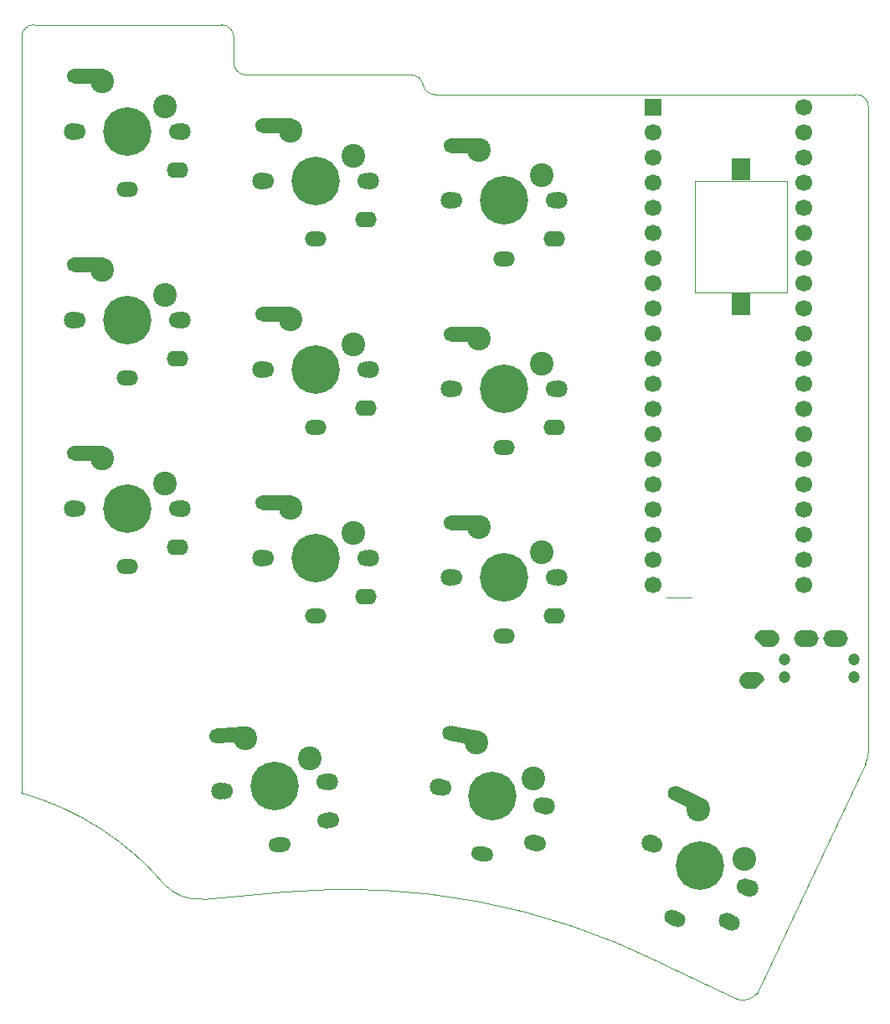
<source format=gts>
%TF.GenerationSoftware,KiCad,Pcbnew,(7.0.0-0)*%
%TF.CreationDate,2023-05-01T13:52:14-07:00*%
%TF.ProjectId,keyboard_pcb,6b657962-6f61-4726-945f-7063622e6b69,rev1.0*%
%TF.SameCoordinates,PX78114e0PY44b6550*%
%TF.FileFunction,Soldermask,Top*%
%TF.FilePolarity,Negative*%
%FSLAX46Y46*%
G04 Gerber Fmt 4.6, Leading zero omitted, Abs format (unit mm)*
G04 Created by KiCad (PCBNEW (7.0.0-0)) date 2023-05-01 13:52:14*
%MOMM*%
%LPD*%
G01*
G04 APERTURE LIST*
G04 Aperture macros list*
%AMHorizOval*
0 Thick line with rounded ends*
0 $1 width*
0 $2 $3 position (X,Y) of the first rounded end (center of the circle)*
0 $4 $5 position (X,Y) of the second rounded end (center of the circle)*
0 Add line between two ends*
20,1,$1,$2,$3,$4,$5,0*
0 Add two circle primitives to create the rounded ends*
1,1,$1,$2,$3*
1,1,$1,$4,$5*%
%AMFreePoly0*
4,1,28,-0.850000,0.400000,-0.842219,0.514750,-0.797860,0.693119,-0.716195,0.857783,-0.601041,1.001041,-0.457783,1.116195,-0.293119,1.197860,-0.114750,1.242219,0.000000,1.250000,0.850000,0.400000,0.850000,-0.400000,0.842219,-0.514750,0.797860,-0.693119,0.716195,-0.857783,0.601041,-1.001041,0.457783,-1.116195,0.293119,-1.197860,0.114750,-1.242219,0.000000,-1.250000,-0.114750,-1.242219,
-0.293119,-1.197860,-0.457783,-1.116195,-0.601041,-1.001041,-0.716195,-0.857783,-0.797860,-0.693119,-0.842219,-0.514750,-0.850000,-0.400000,-0.850000,0.400000,-0.850000,0.400000,$1*%
%AMFreePoly1*
4,1,28,-0.850000,0.400000,-0.842219,0.514750,-0.797860,0.693119,-0.716195,0.857783,-0.601041,1.001041,-0.457783,1.116195,-0.293119,1.197860,-0.114750,1.242219,0.000000,1.250000,0.114750,1.242219,0.293119,1.197860,0.457783,1.116195,0.601041,1.001041,0.716195,0.857783,0.797860,0.693119,0.842219,0.514750,0.850000,0.400000,0.850000,-0.400000,0.000000,-1.250000,-0.114750,-1.242219,
-0.293119,-1.197860,-0.457783,-1.116195,-0.601041,-1.001041,-0.716195,-0.857783,-0.797860,-0.693119,-0.842219,-0.514750,-0.850000,-0.400000,-0.850000,0.400000,-0.850000,0.400000,$1*%
G04 Aperture macros list end*
%ADD10C,0.120000*%
%ADD11C,1.800000*%
%ADD12C,1.700000*%
%ADD13C,4.900000*%
%ADD14C,2.400000*%
%ADD15O,2.200000X1.600000*%
%ADD16HorizOval,1.500000X1.449945X-0.012653X-1.449945X0.012653X0*%
%ADD17O,2.200000X1.500000*%
%ADD18HorizOval,1.600000X0.298858X0.026147X-0.298858X-0.026147X0*%
%ADD19HorizOval,1.500000X1.445530X0.113766X-1.445530X-0.113766X0*%
%ADD20HorizOval,1.500000X0.348668X0.030505X-0.348668X-0.030505X0*%
%ADD21C,1.200000*%
%ADD22FreePoly0,270.000000*%
%ADD23FreePoly1,270.000000*%
%ADD24O,2.500000X1.700000*%
%ADD25C,0.400000*%
%ADD26R,1.955800X2.311400*%
%ADD27HorizOval,1.600000X0.271892X-0.126785X-0.271892X0.126785X0*%
%ADD28HorizOval,1.500000X1.308749X-0.624241X-1.308749X0.624241X0*%
%ADD29HorizOval,1.500000X0.317208X-0.147916X-0.317208X0.147916X0*%
%ADD30R,1.700000X1.700000*%
%ADD31HorizOval,1.600000X0.295442X-0.052094X-0.295442X0.052094X0*%
%ADD32HorizOval,1.500000X1.425720X-0.264242X-1.425720X0.264242X0*%
%ADD33HorizOval,1.500000X0.344683X-0.060777X-0.344683X0.060777X0*%
%TA.AperFunction,Profile*%
%ADD34C,0.100000*%
%TD*%
%TA.AperFunction,Profile*%
%ADD35C,0.120000*%
%TD*%
G04 APERTURE END LIST*
D10*
%TO.C,U1*%
X54525000Y-28080000D02*
X57065000Y-28080000D01*
%TD*%
D11*
%TO.C,K25*%
X32600000Y-26050000D03*
X32600000Y-26050000D03*
D12*
X33020000Y-26050000D03*
X33020000Y-26050000D03*
D13*
X38100000Y-26050000D03*
X38100000Y-26050000D03*
D12*
X43180000Y-26050000D03*
X43180000Y-26050000D03*
D11*
X43600000Y-26050000D03*
X43600000Y-26050000D03*
D14*
X41910000Y-23510000D03*
D15*
X43199999Y-29949999D03*
D16*
X34199957Y-20509598D03*
D14*
X35560000Y-20970000D03*
D17*
X38099999Y-31949999D03*
%TD*%
D11*
%TO.C,K24*%
X13550000Y-24050000D03*
X13550000Y-24050000D03*
D12*
X13970000Y-24050000D03*
X13970000Y-24050000D03*
D13*
X19050000Y-24050000D03*
X19050000Y-24050000D03*
D12*
X24130000Y-24050000D03*
X24130000Y-24050000D03*
D11*
X24550000Y-24050000D03*
X24550000Y-24050000D03*
D14*
X22860000Y-21510000D03*
D15*
X24149999Y-27949999D03*
D16*
X15149957Y-18509598D03*
D14*
X16510000Y-18970000D03*
D17*
X19049999Y-29949999D03*
%TD*%
D11*
%TO.C,K04*%
X13550000Y14050000D03*
X13550000Y14050000D03*
D12*
X13970000Y14050000D03*
X13970000Y14050000D03*
D13*
X19050000Y14050000D03*
X19050000Y14050000D03*
D12*
X24130000Y14050000D03*
X24130000Y14050000D03*
D11*
X24550000Y14050000D03*
X24550000Y14050000D03*
D14*
X22860000Y16590000D03*
D15*
X24149999Y10149999D03*
D16*
X15149957Y19590400D03*
D14*
X16510000Y19130000D03*
D17*
X19049999Y8149999D03*
%TD*%
D11*
%TO.C,K30*%
X9420929Y-47629357D03*
X9420929Y-47629357D03*
D12*
X9839331Y-47592751D03*
X9839331Y-47592751D03*
D13*
X14900000Y-47150000D03*
X14900000Y-47150000D03*
D12*
X19960669Y-46707249D03*
X19960669Y-46707249D03*
D11*
X20379071Y-46670643D03*
X20379071Y-46670643D03*
D14*
X18474126Y-44287602D03*
D18*
X20320499Y-50590664D03*
D19*
X10531920Y-41970592D03*
D14*
X11926914Y-42310707D03*
D20*
X15414218Y-53027548D03*
%TD*%
D11*
%TO.C,K14*%
X13550000Y-5000000D03*
X13550000Y-5000000D03*
D12*
X13970000Y-5000000D03*
X13970000Y-5000000D03*
D13*
X19050000Y-5000000D03*
X19050000Y-5000000D03*
D12*
X24130000Y-5000000D03*
X24130000Y-5000000D03*
D11*
X24550000Y-5000000D03*
X24550000Y-5000000D03*
D14*
X22860000Y-2460000D03*
D15*
X24149999Y-8899999D03*
D16*
X15149957Y540400D03*
D14*
X16510000Y80000D03*
D17*
X19049999Y-10899999D03*
%TD*%
D11*
%TO.C,K23*%
X-5500000Y-19050000D03*
X-5500000Y-19050000D03*
D12*
X-5080000Y-19050000D03*
X-5080000Y-19050000D03*
D13*
X0Y-19050000D03*
X0Y-19050000D03*
D12*
X5080000Y-19050000D03*
X5080000Y-19050000D03*
D11*
X5500000Y-19050000D03*
X5500000Y-19050000D03*
D14*
X3810000Y-16510000D03*
D15*
X5099999Y-22949999D03*
D16*
X-3900041Y-13509598D03*
D14*
X-2540000Y-13970000D03*
D17*
X0Y-24949999D03*
%TD*%
D11*
%TO.C,K03*%
X-5500000Y19050000D03*
X-5500000Y19050000D03*
D12*
X-5080000Y19050000D03*
X-5080000Y19050000D03*
D13*
X0Y19050000D03*
X0Y19050000D03*
D12*
X5080000Y19050000D03*
X5080000Y19050000D03*
D11*
X5500000Y19050000D03*
X5500000Y19050000D03*
D14*
X3810000Y21590000D03*
D15*
X5099999Y15149999D03*
D16*
X-3900041Y24590400D03*
D14*
X-2540000Y24130000D03*
D17*
X0Y13149999D03*
%TD*%
D21*
%TO.C,J1*%
X73460000Y-34320000D03*
X66460000Y-34320000D03*
X73460000Y-36070000D03*
X66460000Y-36070000D03*
D22*
X63159999Y-36419999D03*
D23*
X64659999Y-32219999D03*
D24*
X68659999Y-32219999D03*
X71659999Y-32219999D03*
%TD*%
D25*
%TO.C,LS1*%
X62085000Y15189000D03*
D26*
X62084999Y15188999D03*
D25*
X62085000Y1600000D03*
D26*
X62084999Y1599999D03*
%TD*%
D11*
%TO.C,K15*%
X32600000Y-7000000D03*
X32600000Y-7000000D03*
D12*
X33020000Y-7000000D03*
X33020000Y-7000000D03*
D13*
X38100000Y-7000000D03*
X38100000Y-7000000D03*
D12*
X43180000Y-7000000D03*
X43180000Y-7000000D03*
D11*
X43600000Y-7000000D03*
X43600000Y-7000000D03*
D14*
X41910000Y-4460000D03*
D15*
X43199999Y-10899999D03*
D16*
X34199957Y-1459598D03*
D14*
X35560000Y-1920000D03*
D17*
X38099999Y-12899999D03*
%TD*%
D11*
%TO.C,K32*%
X52915307Y-52825600D03*
X52915307Y-52825600D03*
D12*
X53295956Y-53003099D03*
X53295956Y-53003099D03*
D13*
X57900000Y-55150000D03*
X57900000Y-55150000D03*
D12*
X62504044Y-57296901D03*
X62504044Y-57296901D03*
D11*
X62884693Y-57474400D03*
X62884693Y-57474400D03*
D14*
X62426483Y-54458154D03*
D27*
X60873957Y-60839953D03*
D28*
X56706835Y-48480461D03*
D14*
X57744879Y-49472506D03*
D29*
X55406551Y-60497215D03*
%TD*%
D30*
%TO.C,U1*%
X53134999Y21429999D03*
D12*
X53135000Y18890000D03*
X53135000Y16350000D03*
X53135000Y13810000D03*
X53135000Y11270000D03*
X53135000Y8730000D03*
X53135000Y6190000D03*
X53135000Y3650000D03*
X53135000Y1110000D03*
X53135000Y-1430000D03*
X53135000Y-3970000D03*
X53135000Y-6510000D03*
X53135000Y-9050000D03*
X53135000Y-11590000D03*
X53135000Y-14130000D03*
X53135000Y-16670000D03*
X53135000Y-19210000D03*
X53135000Y-21750000D03*
X53135000Y-24290000D03*
X53135000Y-26830000D03*
X68375000Y-26830000D03*
X68375000Y-24290000D03*
X68375000Y-21750000D03*
X68375000Y-19210000D03*
X68375000Y-16670000D03*
X68375000Y-14130000D03*
X68375000Y-11590000D03*
X68375000Y-9050000D03*
X68375000Y-6510000D03*
X68375000Y-3970000D03*
X68375000Y-1430000D03*
X68375000Y1110000D03*
X68375000Y3650000D03*
X68375000Y6190000D03*
X68375000Y8730000D03*
X68375000Y11270000D03*
X68375000Y13810000D03*
X68375000Y16350000D03*
X68375000Y18890000D03*
X68375000Y21430000D03*
%TD*%
D11*
%TO.C,K05*%
X32600000Y12050000D03*
X32600000Y12050000D03*
D12*
X33020000Y12050000D03*
X33020000Y12050000D03*
D13*
X38100000Y12050000D03*
X38100000Y12050000D03*
D12*
X43180000Y12050000D03*
X43180000Y12050000D03*
D11*
X43600000Y12050000D03*
X43600000Y12050000D03*
D14*
X41910000Y14590000D03*
D15*
X43199999Y8149999D03*
D16*
X34199957Y17590400D03*
D14*
X35560000Y17130000D03*
D17*
X38099999Y6149999D03*
%TD*%
D11*
%TO.C,K13*%
X-5500000Y0D03*
X-5500000Y0D03*
D12*
X-5080000Y0D03*
X-5080000Y0D03*
D13*
X0Y0D03*
X0Y0D03*
D12*
X5080000Y0D03*
X5080000Y0D03*
D11*
X5500000Y0D03*
X5500000Y0D03*
D14*
X3810000Y2540000D03*
D15*
X5099999Y-3899999D03*
D16*
X-3900041Y5540400D03*
D14*
X-2540000Y5080000D03*
D17*
X0Y-5899999D03*
%TD*%
D11*
%TO.C,K31*%
X31483557Y-47194935D03*
X31483557Y-47194935D03*
D12*
X31897177Y-47267867D03*
X31897177Y-47267867D03*
D13*
X36900000Y-48150000D03*
X36900000Y-48150000D03*
D12*
X41902823Y-49032133D03*
X41902823Y-49032133D03*
D11*
X42316443Y-49105065D03*
X42316443Y-49105065D03*
D14*
X41093184Y-46310188D03*
D31*
X41245291Y-52876355D03*
D32*
X34021288Y-42016534D03*
D14*
X35280721Y-42706110D03*
D33*
X35875475Y-53960365D03*
%TD*%
D34*
X3790000Y-57090000D02*
G75*
G03*
X-10673448Y-47830000I-22363650J-19004969D01*
G01*
X63630000Y-68110000D02*
X74635831Y-44865940D01*
X3789970Y-57090029D02*
G75*
G03*
X7610000Y-58539999I3440030J3305929D01*
G01*
X29900001Y23770000D02*
G75*
G03*
X31110000Y22759999I1209999J219800D01*
G01*
X73670000Y22760000D02*
X31110000Y22760000D01*
X-10673448Y28570000D02*
X-10673448Y-47830000D01*
X-9436896Y29806552D02*
X9530000Y29806552D01*
X12003104Y24750000D02*
X28690000Y24750000D01*
X74960028Y21510000D02*
G75*
G03*
X73670000Y22759999I-1241028J9900D01*
G01*
X74635824Y-44865936D02*
G75*
G03*
X74959999Y-43570000I-2650524J1351536D01*
G01*
X10766552Y28570000D02*
X10766552Y25980000D01*
X15940000Y-57820000D02*
X7610000Y-58540000D01*
X53910000Y-64960000D02*
X61613868Y-68641488D01*
X29900008Y23770002D02*
G75*
G03*
X28690000Y24750000I-1210008J-257002D01*
G01*
X10766583Y25980000D02*
G75*
G03*
X12003104Y24750000I1230017J0D01*
G01*
X-9436896Y29806548D02*
G75*
G03*
X-10673448Y28570000I-4J-1236548D01*
G01*
X10766552Y28570000D02*
G75*
G03*
X9530000Y29806552I-1236552J0D01*
G01*
X74960000Y-43570000D02*
X74960000Y21510000D01*
X61613883Y-68641447D02*
G75*
G03*
X63629999Y-68109999I623117J1726047D01*
G01*
X53910001Y-64959998D02*
G75*
G03*
X15940000Y-57820000I-31697901J-64036302D01*
G01*
D35*
%TO.C,LS1*%
X66735000Y14044500D02*
X57435000Y14044500D01*
X57435000Y14044500D02*
X57435000Y2744500D01*
X57435000Y2744500D02*
X66735000Y2744500D01*
X66735000Y2744500D02*
X66735000Y14044500D01*
%TD*%
M02*

</source>
